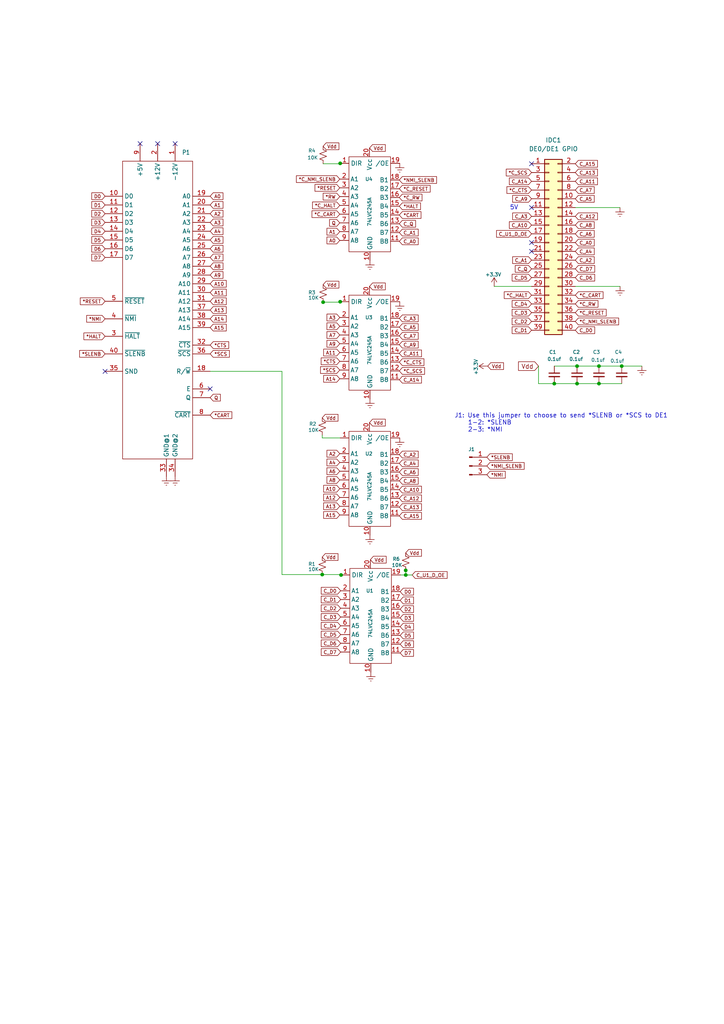
<source format=kicad_sch>
(kicad_sch (version 20211123) (generator eeschema)
  (paper "A4" portrait)
  (title_block (title "CoCo FPGA Hat (DE0 & DE1 Compatible)") (date "2023-01-18") (rev "0") (company "RCC") (comment 1 "to 3.3v systems with voltage conversion") (comment 2 "Cartridge for TRS-80 Color Computers that expose the Computer BUS") (comment 3 "IDC connector pinout mapped for Altera DE0 & DE1 FPGA Development Board"))
  (lib_symbols
    (symbol "74LVC245A_2"
      (property "Reference" "U" (at 0 0 0))
      (property "Value" "74LVC245A_2" (at 0 0 0))
      (symbol "74LVC245A_2_0_1"
        (rectangle (start -64.643 89.535) (end -52.578 61.976))
      )
      (symbol "74LVC245A_2_1_1"
        (pin input line (at -67.183 87.63 0) (length 2.54) (name "DIR") (number "1"))
        (pin power_in line (at -58.547 59.436 90) (length 2.54) (name "GND") (number "10"))
        (pin bidirectional line (at -50.038 65.024 180) (length 2.54) (name "B8") (number "11"))
        (pin bidirectional line (at -50.038 67.564 180) (length 2.54) (name "B7") (number "12"))
        (pin bidirectional line (at -50.038 70.104 180) (length 2.54) (name "B6") (number "13"))
        (pin bidirectional line (at -50.038 72.644 180) (length 2.54) (name "B5") (number "14"))
        (pin bidirectional line (at -50.038 75.184 180) (length 2.54) (name "B4") (number "15"))
        (pin bidirectional line (at -50.038 77.724 180) (length 2.54) (name "B3") (number "16"))
        (pin bidirectional line (at -50.038 80.264 180) (length 2.54) (name "B2") (number "17"))
        (pin bidirectional line (at -50.038 82.804 180) (length 2.54) (name "B1") (number "18"))
        (pin input line (at -49.911 87.63 180) (length 2.54) (name "/OE") (number "19"))
        (pin bidirectional line (at -67.31 83.058 0) (length 2.54) (name "A1") (number "2"))
        (pin power_in line (at -58.674 92.075 270) (length 2.54) (name "Vcc") (number "20"))
        (pin bidirectional line (at -67.31 80.518 0) (length 2.54) (name "A2") (number "3"))
        (pin bidirectional line (at -67.31 77.978 0) (length 2.54) (name "A3") (number "4"))
        (pin bidirectional line (at -67.31 75.438 0) (length 2.54) (name "A4") (number "5"))
        (pin bidirectional line (at -67.31 72.898 0) (length 2.54) (name "A5") (number "6"))
        (pin bidirectional line (at -67.31 70.358 0) (length 2.54) (name "A6") (number "7"))
        (pin bidirectional line (at -67.31 67.818 0) (length 2.54) (name "A7") (number "8"))
        (pin bidirectional line (at -67.31 65.278 0) (length 2.54) (name "A8") (number "9"))
      )
    )
    (symbol "74LVC245A_3"
      (property "Reference" "U" (at 0 0 0))
      (property "Value" "74LVC245A_3" (at 0 0 0))
      (symbol "74LVC245A_3_0_1"
        (rectangle (start -64.643 89.535) (end -52.578 61.976))
      )
      (symbol "74LVC245A_3_1_1"
        (pin input line (at -67.183 87.63 0) (length 2.54) (name "DIR") (number "1"))
        (pin power_in line (at -58.547 59.436 90) (length 2.54) (name "GND") (number "10"))
        (pin bidirectional line (at -50.038 65.024 180) (length 2.54) (name "B8") (number "11"))
        (pin bidirectional line (at -50.038 67.564 180) (length 2.54) (name "B7") (number "12"))
        (pin bidirectional line (at -50.038 70.104 180) (length 2.54) (name "B6") (number "13"))
        (pin bidirectional line (at -50.038 72.644 180) (length 2.54) (name "B5") (number "14"))
        (pin bidirectional line (at -50.038 75.184 180) (length 2.54) (name "B4") (number "15"))
        (pin bidirectional line (at -50.038 77.724 180) (length 2.54) (name "B3") (number "16"))
        (pin bidirectional line (at -50.038 80.264 180) (length 2.54) (name "B2") (number "17"))
        (pin bidirectional line (at -50.038 82.804 180) (length 2.54) (name "B1") (number "18"))
        (pin input line (at -49.911 87.63 180) (length 2.54) (name "/OE") (number "19"))
        (pin bidirectional line (at -67.31 83.058 0) (length 2.54) (name "A1") (number "2"))
        (pin power_in line (at -58.674 92.075 270) (length 2.54) (name "Vcc") (number "20"))
        (pin bidirectional line (at -67.31 80.518 0) (length 2.54) (name "A2") (number "3"))
        (pin bidirectional line (at -67.31 77.978 0) (length 2.54) (name "A3") (number "4"))
        (pin bidirectional line (at -67.31 75.438 0) (length 2.54) (name "A4") (number "5"))
        (pin bidirectional line (at -67.31 72.898 0) (length 2.54) (name "A5") (number "6"))
        (pin bidirectional line (at -67.31 70.358 0) (length 2.54) (name "A6") (number "7"))
        (pin bidirectional line (at -67.31 67.818 0) (length 2.54) (name "A7") (number "8"))
        (pin bidirectional line (at -67.31 65.278 0) (length 2.54) (name "A8") (number "9"))
      )
    )
    (symbol "74LVC245A_4"
      (property "Reference" "U" (at 0 0 0))
      (property "Value" "74LVC245A_4" (at 0 0 0))
      (symbol "74LVC245A_4_0_1"
        (rectangle (start -64.643 89.535) (end -52.578 61.976))
      )
      (symbol "74LVC245A_4_1_1"
        (pin input line (at -67.183 87.63 0) (length 2.54) (name "DIR") (number "1"))
        (pin power_in line (at -58.547 59.436 90) (length 2.54) (name "GND") (number "10"))
        (pin bidirectional line (at -50.038 65.024 180) (length 2.54) (name "B8") (number "11"))
        (pin bidirectional line (at -50.038 67.564 180) (length 2.54) (name "B7") (number "12"))
        (pin bidirectional line (at -50.038 70.104 180) (length 2.54) (name "B6") (number "13"))
        (pin bidirectional line (at -50.038 72.644 180) (length 2.54) (name "B5") (number "14"))
        (pin bidirectional line (at -50.038 75.184 180) (length 2.54) (name "B4") (number "15"))
        (pin bidirectional line (at -50.038 77.724 180) (length 2.54) (name "B3") (number "16"))
        (pin bidirectional line (at -50.038 80.264 180) (length 2.54) (name "B2") (number "17"))
        (pin bidirectional line (at -50.038 82.804 180) (length 2.54) (name "B1") (number "18"))
        (pin input line (at -49.911 87.63 180) (length 2.54) (name "/OE") (number "19"))
        (pin bidirectional line (at -67.31 83.058 0) (length 2.54) (name "A1") (number "2"))
        (pin power_in line (at -58.674 92.075 270) (length 2.54) (name "Vcc") (number "20"))
        (pin bidirectional line (at -67.31 80.518 0) (length 2.54) (name "A2") (number "3"))
        (pin bidirectional line (at -67.31 77.978 0) (length 2.54) (name "A3") (number "4"))
        (pin bidirectional line (at -67.31 75.438 0) (length 2.54) (name "A4") (number "5"))
        (pin bidirectional line (at -67.31 72.898 0) (length 2.54) (name "A5") (number "6"))
        (pin bidirectional line (at -67.31 70.358 0) (length 2.54) (name "A6") (number "7"))
        (pin bidirectional line (at -67.31 67.818 0) (length 2.54) (name "A7") (number "8"))
        (pin bidirectional line (at -67.31 65.278 0) (length 2.54) (name "A8") (number "9"))
      )
    )
    (symbol "Connector:Conn_01x03_Male" (pin_names (offset 1.016) hide)
      (property "Reference" "J" (at 0 5.08 0))
      (property "Value" "Conn_01x03_Male" (at 0 -5.08 0))
      (symbol "Conn_01x03_Male_1_1"
        (polyline (pts (xy 1.27 -2.54) (xy 0.8636 -2.54)) (stroke (width 0.1524)))
        (polyline (pts (xy 1.27 0) (xy 0.8636 0)) (stroke (width 0.1524)))
        (polyline (pts (xy 1.27 2.54) (xy 0.8636 2.54)) (stroke (width 0.1524)))
        (rectangle (start 0.8636 -2.413) (end 0 -2.667) (stroke (width 0.1524)) (fill (type outline)))
        (rectangle (start 0.8636 0.127) (end 0 -0.127) (stroke (width 0.1524)) (fill (type outline)))
        (rectangle (start 0.8636 2.667) (end 0 2.413) (stroke (width 0.1524)) (fill (type outline)))
        (pin passive line (at 5.08 2.54 180) (length 3.81) (name "Pin_1") (number "1"))
        (pin passive line (at 5.08 0 180) (length 3.81) (name "Pin_2") (number "2"))
        (pin passive line (at 5.08 -2.54 180) (length 3.81) (name "Pin_3") (number "3"))
      )
    )
    (symbol "Connector_Generic:Conn_02x20_Odd_Even" (pin_names (offset 1.016) hide)
      (property "Reference" "J" (at 1.27 25.4 0))
      (property "Value" "Conn_02x20_Odd_Even" (at 1.27 -27.94 0))
      (symbol "Conn_02x20_Odd_Even_1_1"
        (rectangle (start -1.27 -25.273) (end 0 -25.527) (stroke (width 0.1524)))
        (rectangle (start -1.27 -22.733) (end 0 -22.987) (stroke (width 0.1524)))
        (rectangle (start -1.27 -20.193) (end 0 -20.447) (stroke (width 0.1524)))
        (rectangle (start -1.27 -17.653) (end 0 -17.907) (stroke (width 0.1524)))
        (rectangle (start -1.27 -15.113) (end 0 -15.367) (stroke (width 0.1524)))
        (rectangle (start -1.27 -12.573) (end 0 -12.827) (stroke (width 0.1524)))
        (rectangle (start -1.27 -10.033) (end 0 -10.287) (stroke (width 0.1524)))
        (rectangle (start -1.27 -7.493) (end 0 -7.747) (stroke (width 0.1524)))
        (rectangle (start -1.27 -4.953) (end 0 -5.207) (stroke (width 0.1524)))
        (rectangle (start -1.27 -2.413) (end 0 -2.667) (stroke (width 0.1524)))
        (rectangle (start -1.27 0.127) (end 0 -0.127) (stroke (width 0.1524)))
        (rectangle (start -1.27 2.667) (end 0 2.413) (stroke (width 0.1524)))
        (rectangle (start -1.27 5.207) (end 0 4.953) (stroke (width 0.1524)))
        (rectangle (start -1.27 7.747) (end 0 7.493) (stroke (width 0.1524)))
        (rectangle (start -1.27 10.287) (end 0 10.033) (stroke (width 0.1524)))
        (rectangle (start -1.27 12.827) (end 0 12.573) (stroke (width 0.1524)))
        (rectangle (start -1.27 15.367) (end 0 15.113) (stroke (width 0.1524)))
        (rectangle (start -1.27 17.907) (end 0 17.653) (stroke (width 0.1524)))
        (rectangle (start -1.27 20.447) (end 0 20.193) (stroke (width 0.1524)))
        (rectangle (start -1.27 22.987) (end 0 22.733) (stroke (width 0.1524)))
        (rectangle (start -1.27 24.13) (end 3.81 -26.67) (stroke (width 0.254)) (fill (type background)))
        (rectangle (start 3.81 -25.273) (end 2.54 -25.527) (stroke (width 0.1524)))
        (rectangle (start 3.81 -22.733) (end 2.54 -22.987) (stroke (width 0.1524)))
        (rectangle (start 3.81 -20.193) (end 2.54 -20.447) (stroke (width 0.1524)))
        (rectangle (start 3.81 -17.653) (end 2.54 -17.907) (stroke (width 0.1524)))
        (rectangle (start 3.81 -15.113) (end 2.54 -15.367) (stroke (width 0.1524)))
        (rectangle (start 3.81 -12.573) (end 2.54 -12.827) (stroke (width 0.1524)))
        (rectangle (start 3.81 -10.033) (end 2.54 -10.287) (stroke (width 0.1524)))
        (rectangle (start 3.81 -7.493) (end 2.54 -7.747) (stroke (width 0.1524)))
        (rectangle (start 3.81 -4.953) (end 2.54 -5.207) (stroke (width 0.1524)))
        (rectangle (start 3.81 -2.413) (end 2.54 -2.667) (stroke (width 0.1524)))
        (rectangle (start 3.81 0.127) (end 2.54 -0.127) (stroke (width 0.1524)))
        (rectangle (start 3.81 2.667) (end 2.54 2.413) (stroke (width 0.1524)))
        (rectangle (start 3.81 5.207) (end 2.54 4.953) (stroke (width 0.1524)))
        (rectangle (start 3.81 7.747) (end 2.54 7.493) (stroke (width 0.1524)))
        (rectangle (start 3.81 10.287) (end 2.54 10.033) (stroke (width 0.1524)))
        (rectangle (start 3.81 12.827) (end 2.54 12.573) (stroke (width 0.1524)))
        (rectangle (start 3.81 15.367) (end 2.54 15.113) (stroke (width 0.1524)))
        (rectangle (start 3.81 17.907) (end 2.54 17.653) (stroke (width 0.1524)))
        (rectangle (start 3.81 20.447) (end 2.54 20.193) (stroke (width 0.1524)))
        (rectangle (start 3.81 22.987) (end 2.54 22.733) (stroke (width 0.1524)))
        (pin passive line (at -5.08 22.86 0) (length 3.81) (name "Pin_1") (number "1"))
        (pin passive line (at 7.62 12.7 180) (length 3.81) (name "Pin_10") (number "10"))
        (pin passive line (at -5.08 10.16 0) (length 3.81) (name "Pin_11") (number "11"))
        (pin passive line (at 7.62 10.16 180) (length 3.81) (name "Pin_12") (number "12"))
        (pin passive line (at -5.08 7.62 0) (length 3.81) (name "Pin_13") (number "13"))
        (pin passive line (at 7.62 7.62 180) (length 3.81) (name "Pin_14") (number "14"))
        (pin passive line (at -5.08 5.08 0) (length 3.81) (name "Pin_15") (number "15"))
        (pin passive line (at 7.62 5.08 180) (length 3.81) (name "Pin_16") (number "16"))
        (pin passive line (at -5.08 2.54 0) (length 3.81) (name "Pin_17") (number "17"))
        (pin passive line (at 7.62 2.54 180) (length 3.81) (name "Pin_18") (number "18"))
        (pin passive line (at -5.08 0 0) (length 3.81) (name "Pin_19") (number "19"))
        (pin passive line (at 7.62 22.86 180) (length 3.81) (name "Pin_2") (number "2"))
        (pin passive line (at 7.62 0 180) (length 3.81) (name "Pin_20") (number "20"))
        (pin passive line (at -5.08 -2.54 0) (length 3.81) (name "Pin_21") (number "21"))
        (pin passive line (at 7.62 -2.54 180) (length 3.81) (name "Pin_22") (number "22"))
        (pin passive line (at -5.08 -5.08 0) (length 3.81) (name "Pin_23") (number "23"))
        (pin passive line (at 7.62 -5.08 180) (length 3.81) (name "Pin_24") (number "24"))
        (pin passive line (at -5.08 -7.62 0) (length 3.81) (name "Pin_25") (number "25"))
        (pin passive line (at 7.62 -7.62 180) (length 3.81) (name "Pin_26") (number "26"))
        (pin passive line (at -5.08 -10.16 0) (length 3.81) (name "Pin_27") (number "27"))
        (pin passive line (at 7.62 -10.16 180) (length 3.81) (name "Pin_28") (number "28"))
        (pin passive line (at -5.08 -12.7 0) (length 3.81) (name "Pin_29") (number "29"))
        (pin passive line (at -5.08 20.32 0) (length 3.81) (name "Pin_3") (number "3"))
        (pin passive line (at 7.62 -12.7 180) (length 3.81) (name "Pin_30") (number "30"))
        (pin passive line (at -5.08 -15.24 0) (length 3.81) (name "Pin_31") (number "31"))
        (pin passive line (at 7.62 -15.24 180) (length 3.81) (name "Pin_32") (number "32"))
        (pin passive line (at -5.08 -17.78 0) (length 3.81) (name "Pin_33") (number "33"))
        (pin passive line (at 7.62 -17.78 180) (length 3.81) (name "Pin_34") (number "34"))
        (pin passive line (at -5.08 -20.32 0) (length 3.81) (name "Pin_35") (number "35"))
        (pin passive line (at 7.62 -20.32 180) (length 3.81) (name "Pin_36") (number "36"))
        (pin passive line (at -5.08 -22.86 0) (length 3.81) (name "Pin_37") (number "37"))
        (pin passive line (at 7.62 -22.86 180) (length 3.81) (name "Pin_38") (number "38"))
        (pin passive line (at -5.08 -25.4 0) (length 3.81) (name "Pin_39") (number "39"))
        (pin passive line (at 7.62 20.32 180) (length 3.81) (name "Pin_4") (number "4"))
        (pin passive line (at 7.62 -25.4 180) (length 3.81) (name "Pin_40") (number "40"))
        (pin passive line (at -5.08 17.78 0) (length 3.81) (name "Pin_5") (number "5"))
        (pin passive line (at 7.62 17.78 180) (length 3.81) (name "Pin_6") (number "6"))
        (pin passive line (at -5.08 15.24 0) (length 3.81) (name "Pin_7") (number "7"))
        (pin passive line (at 7.62 15.24 180) (length 3.81) (name "Pin_8") (number "8"))
        (pin passive line (at -5.08 12.7 0) (length 3.81) (name "Pin_9") (number "9"))
      )
    )
    (symbol "Device:C_Small" (pin_numbers hide) (pin_names (offset 0.254) hide)
      (property "Reference" "C" (at 0.254 1.778 0))
      (property "Value" "C_Small" (at 0.254 -2.032 0))
      (symbol "C_Small_0_1"
        (polyline (pts (xy -1.524 -0.508) (xy 1.524 -0.508)) (stroke (width 0.3302)))
        (polyline (pts (xy -1.524 0.508) (xy 1.524 0.508)) (stroke (width 0.3048)))
      )
      (symbol "C_Small_1_1"
        (pin passive line (at 0 2.54 270) (length 2.032) (name "~") (number "1"))
        (pin passive line (at 0 -2.54 90) (length 2.032) (name "~") (number "2"))
      )
    )
    (symbol "Device:R_Small_US" (pin_numbers hide) (pin_names (offset 0.254) hide)
      (property "Reference" "R" (at 0.762 0.508 0))
      (property "Value" "R_Small_US" (at 0.762 -1.016 0))
      (symbol "R_Small_US_1_1"
        (polyline (pts (xy 0 0) (xy 1.016 -0.381) (xy 0 -0.762) (xy -1.016 -1.143) (xy 0 -1.524)))
        (polyline (pts (xy 0 1.524) (xy 1.016 1.143) (xy 0 0.762) (xy -1.016 0.381) (xy 0 0)))
        (pin passive line (at 0 2.54 270) (length 1.016) (name "~") (number "1"))
        (pin passive line (at 0 -2.54 90) (length 1.016) (name "~") (number "2"))
      )
    )
    (symbol "Roni Symbols:CoCo_Slot_BarePCB"
      (property "Reference" "P" (at 10.16 40.64 0))
      (symbol "CoCo_Slot_BarePCB_1_0"
        (rectangle (start -10.16 40.64) (end 10.16 -45.72))
        (pin passive line (at 5.08 45.72 270) (length 5.08) (name "-12V") (number "1"))
        (pin bidirectional line (at -15.24 30.48 0) (length 5.08) (name "D0") (number "10"))
        (pin bidirectional line (at -15.24 27.94 0) (length 5.08) (name "D1") (number "11"))
        (pin bidirectional line (at -15.24 25.4 0) (length 5.08) (name "D2") (number "12"))
        (pin bidirectional line (at -15.24 22.86 0) (length 5.08) (name "D3") (number "13"))
        (pin bidirectional line (at -15.24 20.32 0) (length 5.08) (name "D4") (number "14"))
        (pin bidirectional line (at -15.24 17.78 0) (length 5.08) (name "D5") (number "15"))
        (pin bidirectional line (at -15.24 15.24 0) (length 5.08) (name "D6") (number "16"))
        (pin bidirectional line (at -15.24 12.7 0) (length 5.08) (name "D7") (number "17"))
        (pin output line (at 15.24 -20.32 180) (length 5.08) (name "R/~{W}") (number "18"))
        (pin output line (at 15.24 30.48 180) (length 5.08) (name "A0") (number "19"))
        (pin passive line (at 0 45.72 270) (length 5.08) (name "+12V") (number "2"))
        (pin output line (at 15.24 27.94 180) (length 5.08) (name "A1") (number "20"))
        (pin output line (at 15.24 25.4 180) (length 5.08) (name "A2") (number "21"))
        (pin output line (at 15.24 22.86 180) (length 5.08) (name "A3") (number "22"))
        (pin output line (at 15.24 20.32 180) (length 5.08) (name "A4") (number "23"))
        (pin output line (at 15.24 17.78 180) (length 5.08) (name "A5") (number "24"))
        (pin output line (at 15.24 15.24 180) (length 5.08) (name "A6") (number "25"))
        (pin output line (at 15.24 12.7 180) (length 5.08) (name "A7") (number "26"))
        (pin output line (at 15.24 10.16 180) (length 5.08) (name "A8") (number "27"))
        (pin output line (at 15.24 7.62 180) (length 5.08) (name "A9") (number "28"))
        (pin output line (at 15.24 5.08 180) (length 5.08) (name "A10") (number "29"))
        (pin bidirectional line (at -15.24 -10.16 0) (length 5.08) (name "~{HALT}") (number "3"))
        (pin output line (at 15.24 2.54 180) (length 5.08) (name "A11") (number "30"))
        (pin output line (at 15.24 0 180) (length 5.08) (name "A12") (number "31"))
        (pin output line (at 15.24 -12.7 180) (length 5.08) (name "~{CTS}") (number "32"))
        (pin passive line (at 2.54 -50.8 90) (length 5.08) (name "GND@1") (number "33"))
        (pin passive line (at 5.08 -50.8 90) (length 5.08) (name "GND@2") (number "34"))
        (pin bidirectional line (at -15.24 -20.32 0) (length 5.08) (name "SND") (number "35"))
        (pin output line (at 15.24 -15.24 180) (length 5.08) (name "~{SCS}") (number "36"))
        (pin output line (at 15.24 -2.54 180) (length 5.08) (name "A13") (number "37"))
        (pin output line (at 15.24 -5.08 180) (length 5.08) (name "A14") (number "38"))
        (pin output line (at 15.24 -7.62 180) (length 5.08) (name "A15") (number "39"))
        (pin bidirectional line (at -15.24 -5.08 0) (length 5.08) (name "~{NMI}") (number "4"))
        (pin input line (at -15.24 -15.24 0) (length 5.08) (name "~{SLENB}") (number "40"))
        (pin bidirectional line (at -15.24 0 0) (length 5.08) (name "~{RESET}") (number "5"))
        (pin output line (at 15.24 -25.4 180) (length 5.08) (name "E") (number "6"))
        (pin output line (at 15.24 -27.94 180) (length 5.08) (name "Q") (number "7"))
        (pin input line (at 15.24 -33.02 180) (length 5.08) (name "~{CART}") (number "8"))
        (pin passive line (at -5.08 45.72 270) (length 5.08) (name "+5V") (number "9"))
      )
    )
    (symbol "Roni:74LVC245A"
      (property "Reference" "U" (at 0 0 0))
      (property "Value" "74LVC245A" (at 0 0 0))
      (symbol "74LVC245A_0_1"
        (rectangle (start -64.643 89.535) (end -52.578 61.976))
      )
      (symbol "74LVC245A_1_1"
        (pin input line (at -67.183 87.63 0) (length 2.54) (name "DIR") (number "1"))
        (pin power_in line (at -58.547 59.436 90) (length 2.54) (name "GND") (number "10"))
        (pin bidirectional line (at -50.038 65.024 180) (length 2.54) (name "B8") (number "11"))
        (pin bidirectional line (at -50.038 67.564 180) (length 2.54) (name "B7") (number "12"))
        (pin bidirectional line (at -50.038 70.104 180) (length 2.54) (name "B6") (number "13"))
        (pin bidirectional line (at -50.038 72.644 180) (length 2.54) (name "B5") (number "14"))
        (pin bidirectional line (at -50.038 75.184 180) (length 2.54) (name "B4") (number "15"))
        (pin bidirectional line (at -50.038 77.724 180) (length 2.54) (name "B3") (number "16"))
        (pin bidirectional line (at -50.038 80.264 180) (length 2.54) (name "B2") (number "17"))
        (pin bidirectional line (at -50.038 82.804 180) (length 2.54) (name "B1") (number "18"))
        (pin input line (at -49.911 87.63 180) (length 2.54) (name "/OE") (number "19"))
        (pin bidirectional line (at -67.31 83.058 0) (length 2.54) (name "A1") (number "2"))
        (pin power_in line (at -58.674 92.075 270) (length 2.54) (name "Vcc") (number "20"))
        (pin bidirectional line (at -67.31 80.518 0) (length 2.54) (name "A2") (number "3"))
        (pin bidirectional line (at -67.31 77.978 0) (length 2.54) (name "A3") (number "4"))
        (pin bidirectional line (at -67.31 75.438 0) (length 2.54) (name "A4") (number "5"))
        (pin bidirectional line (at -67.31 72.898 0) (length 2.54) (name "A5") (number "6"))
        (pin bidirectional line (at -67.31 70.358 0) (length 2.54) (name "A6") (number "7"))
        (pin bidirectional line (at -67.31 67.818 0) (length 2.54) (name "A7") (number "8"))
        (pin bidirectional line (at -67.31 65.278 0) (length 2.54) (name "A8") (number "9"))
      )
    )
    (symbol "power:+3.3V" (power) (pin_names (offset 0))
      (property "Value" "+3.3V" (at 0 3.556 0))
      (symbol "+3.3V_0_1"
        (polyline (pts (xy -0.762 1.27) (xy 0 2.54)))
        (polyline (pts (xy 0 0) (xy 0 2.54)))
        (polyline (pts (xy 0 2.54) (xy 0.762 1.27)))
      )
      (symbol "+3.3V_1_1"
        (pin power_in line (at 0 0 90) (length 0) hide (name "+3.3V") (number "1"))
      )
    )
    (symbol "power:GNDREF" (power) (pin_names (offset 0))
      (property "Value" "GNDREF" (at 0 -3.81 0))
      (symbol "GNDREF_0_1"
        (polyline (pts (xy -0.635 -1.905) (xy 0.635 -1.905)))
        (polyline (pts (xy -0.127 -2.54) (xy 0.127 -2.54)))
        (polyline (pts (xy 0 -1.27) (xy 0 0)))
        (polyline (pts (xy 1.27 -1.27) (xy -1.27 -1.27)))
      )
      (symbol "GNDREF_1_1"
        (pin power_in line (at 0 0 270) (length 0) hide (name "GNDREF") (number "1"))
      )
    )
  )
  (junction (at 167.386 106.172))
  (junction (at 180.34 106.172))
  (junction (at 98.933 166.751))
  (junction (at 173.736 106.172))
  (junction (at 173.736 111.252))
  (junction (at 98.679 47.371))
  (junction (at 167.386 111.252))
  (junction (at 98.679 87.503))
  (junction (at 160.782 111.252))
  (junction (at 117.6788 165.4117))
  (junction (at 93.726 87.63))
  (junction (at 93.472 166.624))
  (junction (at 117.7027 166.751))
  (no_connect (at 154.178 47.498))
  (no_connect (at 60.96 112.776))
  (no_connect (at 154.178 72.898))
  (no_connect (at 45.72 41.656))
  (no_connect (at 40.64 41.656))
  (no_connect (at 154.178 60.198))
  (no_connect (at 154.178 70.358))
  (no_connect (at 30.48 107.696))
  (no_connect (at 50.8 41.656))
  (wire (pts (xy 81.788 107.696) (xy 81.788 166.624)))
  (wire (pts (xy 81.788 166.624) (xy 93.472 166.624)))
  (wire (pts (xy 180.34 106.172) (xy 186.182 106.172)))
  (wire (pts (xy 98.679 87.63) (xy 98.679 87.503)))
  (wire (pts (xy 98.933 166.624) (xy 98.933 166.751)))
  (wire (pts (xy 173.736 106.172) (xy 180.34 106.172)))
  (wire (pts (xy 93.472 126.238) (xy 93.472 127)))
  (wire (pts (xy 160.782 106.172) (xy 167.386 106.172)))
  (wire (pts (xy 167.386 106.172) (xy 173.736 106.172)))
  (wire (pts (xy 93.726 87.6914) (xy 93.726 87.63)))
  (wire (pts (xy 117.7027 165.4117) (xy 117.6788 165.4117)))
  (wire (pts (xy 143.3397 83.058) (xy 154.178 83.058)))
  (wire (pts (xy 166.878 83.058) (xy 179.8596 83.058)))
  (wire (pts (xy 117.7027 166.751) (xy 119.5564 166.751)))
  (wire (pts (xy 117.7027 166.751) (xy 117.7027 165.4117)))
  (wire (pts (xy 93.472 127) (xy 98.679 127)))
  (wire (pts (xy 167.386 111.252) (xy 173.736 111.252)))
  (wire (pts (xy 60.96 107.696) (xy 81.788 107.696)))
  (wire (pts (xy 98.679 47.498) (xy 98.679 47.371)))
  (wire (pts (xy 156.21 111.252) (xy 160.782 111.252)))
  (wire (pts (xy 160.782 111.252) (xy 167.386 111.252)))
  (wire (pts (xy 166.878 60.198) (xy 179.832 60.198)))
  (wire (pts (xy 93.726 47.498) (xy 98.679 47.498)))
  (wire (pts (xy 93.726 87.63) (xy 98.679 87.63)))
  (wire (pts (xy 116.205 166.751) (xy 117.7027 166.751)))
  (wire (pts (xy 173.736 111.252) (xy 180.34 111.252)))
  (wire (pts (xy 93.472 166.624) (xy 98.933 166.624)))
  (wire (pts (xy 156.21 106.172) (xy 156.21 111.252)))
  (text "J1: Use this jumper to choose to send *SLENB or *SCS to DE1\n    1-2: *SLENB\n    2-3: *NMI\n" (at 131.826 125.476 0) (effects (font (size 1.27 1.27)) (justify left bottom)))
  (text "5V" (at 147.859 61.0374 0) (effects (font (size 1.27 1.27)) (justify left bottom)))
  (global_label "Vdd" (shape input) (at 107.188 122.555 0) (effects (font (size 1 1))) (property "Intersheet References" "${INTERSHEET_REFS}" (effects hide)))
  (global_label "C_D5" (shape input) (at 154.178 80.518 180) (effects (font (size 1 1))) (property "Intersheet References" "${INTERSHEET_REFS}" (effects hide)))
  (global_label "A9" (shape input) (at 98.552 99.695 180) (effects (font (size 1 1))) (property "Intersheet References" "${INTERSHEET_REFS}" (effects hide)))
  (global_label "*CTS" (shape input) (at 98.552 104.775 180) (effects (font (size 1 1))) (property "Intersheet References" "${INTERSHEET_REFS}" (effects hide)))
  (global_label "Vdd" (shape input) (at 107.442 162.306 0) (effects (font (size 1 1))) (property "Intersheet References" "${INTERSHEET_REFS}" (effects hide)))
  (global_label "C_A13" (shape input) (at 115.824 147.066 0) (effects (font (size 1 1))) (property "Intersheet References" "${INTERSHEET_REFS}" (effects hide)))
  (global_label "C_A6" (shape input) (at 115.824 136.906 0) (effects (font (size 1 1))) (property "Intersheet References" "${INTERSHEET_REFS}" (effects hide)))
  (global_label "A5" (shape input) (at 60.96 69.596 0) (effects (font (size 1 1))) (property "Intersheet References" "${INTERSHEET_REFS}" (effects hide)))
  (global_label "C_A7" (shape input) (at 166.878 55.118 0) (effects (font (size 1 1))) (property "Intersheet References" "${INTERSHEET_REFS}" (effects hide)))
  (global_label "*C_NMI_SLENB" (shape input) (at 166.878 93.218 0) (effects (font (size 1 1))) (property "Intersheet References" "${INTERSHEET_REFS}" (effects hide)))
  (global_label "C_A4" (shape input) (at 166.878 72.898 0) (effects (font (size 1 1))) (property "Intersheet References" "${INTERSHEET_REFS}" (effects hide)))
  (global_label "A1" (shape input) (at 60.96 59.436 0) (effects (font (size 1 1))) (property "Intersheet References" "${INTERSHEET_REFS}" (effects hide)))
  (global_label "C_U1_D_OE" (shape input) (at 154.178 67.818 180) (effects (font (size 1 1))) (property "Intersheet References" "${INTERSHEET_REFS}" (effects hide)))
  (global_label "*C_RESET" (shape input) (at 115.824 54.737 0) (effects (font (size 1 1))) (property "Intersheet References" "${INTERSHEET_REFS}" (effects hide)))
  (global_label "D5" (shape input) (at 116.078 184.277 0) (effects (font (size 1 1))) (property "Intersheet References" "${INTERSHEET_REFS}" (effects hide)))
  (global_label "C_A0" (shape input) (at 166.878 70.358 0) (effects (font (size 1 1))) (property "Intersheet References" "${INTERSHEET_REFS}" (effects hide)))
  (global_label "C_A2" (shape input) (at 166.878 75.438 0) (effects (font (size 1 1))) (property "Intersheet References" "${INTERSHEET_REFS}" (effects hide)))
  (global_label "*NMI" (shape input) (at 30.48 92.456 180) (effects (font (size 1 1))) (property "Intersheet References" "${INTERSHEET_REFS}" (effects hide)))
  (global_label "A10" (shape input) (at 60.96 82.296 0) (effects (font (size 1 1))) (property "Intersheet References" "${INTERSHEET_REFS}" (effects hide)))
  (global_label "*C_CART" (shape input) (at 166.878 85.598 0) (effects (font (size 1 1))) (property "Intersheet References" "${INTERSHEET_REFS}" (effects hide)))
  (global_label "A15" (shape input) (at 60.96 94.996 0) (effects (font (size 1 1))) (property "Intersheet References" "${INTERSHEET_REFS}" (effects hide)))
  (global_label "C_D0" (shape input) (at 98.806 171.323 180) (effects (font (size 1 1))) (property "Intersheet References" "${INTERSHEET_REFS}" (effects hide)))
  (global_label "C_D0" (shape input) (at 166.878 95.758 0) (effects (font (size 1 1))) (property "Intersheet References" "${INTERSHEET_REFS}" (effects hide)))
  (global_label "Vdd" (shape input) (at 93.726 82.55 0) (effects (font (size 1 1))) (property "Intersheet References" "${INTERSHEET_REFS}" (effects hide)))
  (global_label "*C_SCS" (shape input) (at 154.178 50.038 180) (effects (font (size 1 1))) (property "Intersheet References" "${INTERSHEET_REFS}" (effects hide)))
  (global_label "C_D7" (shape input) (at 98.806 189.103 180) (effects (font (size 1 1))) (property "Intersheet References" "${INTERSHEET_REFS}" (effects hide)))
  (global_label "A0" (shape input) (at 60.96 56.896 0) (effects (font (size 1 1))) (property "Intersheet References" "${INTERSHEET_REFS}" (effects hide)))
  (global_label "*RESET" (shape input) (at 30.48 87.376 180) (effects (font (size 1 1))) (property "Intersheet References" "${INTERSHEET_REFS}" (effects hide)))
  (global_label "*NMI" (shape input) (at 141.224 137.668 0) (effects (font (size 1 1))) (property "Intersheet References" "${INTERSHEET_REFS}" (effects hide)))
  (global_label "C_A12" (shape input) (at 115.824 144.526 0) (effects (font (size 1 1))) (property "Intersheet References" "${INTERSHEET_REFS}" (effects hide)))
  (global_label "A1" (shape input) (at 98.552 67.183 180) (effects (font (size 1 1))) (property "Intersheet References" "${INTERSHEET_REFS}" (effects hide)))
  (global_label "C_A10" (shape input) (at 154.178 65.278 180) (effects (font (size 1 1))) (property "Intersheet References" "${INTERSHEET_REFS}" (effects hide)))
  (global_label "C_A9" (shape input) (at 154.178 57.658 180) (effects (font (size 1 1))) (property "Intersheet References" "${INTERSHEET_REFS}" (effects hide)))
  (global_label "A7" (shape input) (at 60.96 74.676 0) (effects (font (size 1 1))) (property "Intersheet References" "${INTERSHEET_REFS}" (effects hide)))
  (global_label "*C_CTS" (shape input) (at 154.178 55.118 180) (effects (font (size 1 1))) (property "Intersheet References" "${INTERSHEET_REFS}" (effects hide)))
  (global_label "A10" (shape input) (at 98.552 141.732 180) (effects (font (size 1 1))) (property "Intersheet References" "${INTERSHEET_REFS}" (effects hide)))
  (global_label "D3" (shape input) (at 30.48 64.516 180) (effects (font (size 1 1))) (property "Intersheet References" "${INTERSHEET_REFS}" (effects hide)))
  (global_label "*HALT" (shape input) (at 115.824 59.817 0) (effects (font (size 1 1))) (property "Intersheet References" "${INTERSHEET_REFS}" (effects hide)))
  (global_label "C_D5" (shape input) (at 98.806 184.023 180) (effects (font (size 1 1))) (property "Intersheet References" "${INTERSHEET_REFS}" (effects hide)))
  (global_label "C_A8" (shape input) (at 115.824 139.446 0) (effects (font (size 1 1))) (property "Intersheet References" "${INTERSHEET_REFS}" (effects hide)))
  (global_label "C_A8" (shape input) (at 166.878 65.278 0) (effects (font (size 1 1))) (property "Intersheet References" "${INTERSHEET_REFS}" (effects hide)))
  (global_label "D6" (shape input) (at 116.078 186.817 0) (effects (font (size 1 1))) (property "Intersheet References" "${INTERSHEET_REFS}" (effects hide)))
  (global_label "D3" (shape input) (at 116.078 179.197 0) (effects (font (size 1 1))) (property "Intersheet References" "${INTERSHEET_REFS}" (effects hide)))
  (global_label "D4" (shape input) (at 30.48 67.056 180) (effects (font (size 1 1))) (property "Intersheet References" "${INTERSHEET_REFS}" (effects hide)))
  (global_label "D0" (shape input) (at 116.078 171.577 0) (effects (font (size 1 1))) (property "Intersheet References" "${INTERSHEET_REFS}" (effects hide)))
  (global_label "C_A15" (shape input) (at 166.878 47.498 0) (effects (font (size 1 1))) (property "Intersheet References" "${INTERSHEET_REFS}" (effects hide)))
  (global_label "C_D2" (shape input) (at 98.806 176.403 180) (effects (font (size 1 1))) (property "Intersheet References" "${INTERSHEET_REFS}" (effects hide)))
  (global_label "*CTS" (shape input) (at 60.96 100.076 0) (effects (font (size 1 1))) (property "Intersheet References" "${INTERSHEET_REFS}" (effects hide)))
  (global_label "*HALT" (shape input) (at 30.48 97.536 180) (effects (font (size 1 1))) (property "Intersheet References" "${INTERSHEET_REFS}" (effects hide)))
  (global_label "C_A3" (shape input) (at 154.178 62.738 180) (effects (font (size 1 1))) (property "Intersheet References" "${INTERSHEET_REFS}" (effects hide)))
  (global_label "C_Q" (shape input) (at 154.178 77.978 180) (effects (font (size 1 1))) (property "Intersheet References" "${INTERSHEET_REFS}" (effects hide)))
  (global_label "A15" (shape input) (at 98.552 149.352 180) (effects (font (size 1 1))) (property "Intersheet References" "${INTERSHEET_REFS}" (effects hide)))
  (global_label "D6" (shape input) (at 30.48 72.136 180) (effects (font (size 1 1))) (property "Intersheet References" "${INTERSHEET_REFS}" (effects hide)))
  (global_label "C_D3" (shape input) (at 154.178 90.678 180) (effects (font (size 1 1))) (property "Intersheet References" "${INTERSHEET_REFS}" (effects hide)))
  (global_label "C_A6" (shape input) (at 166.878 67.818 0) (effects (font (size 1 1))) (property "Intersheet References" "${INTERSHEET_REFS}" (effects hide)))
  (global_label "C_A12" (shape input) (at 166.878 62.738 0) (effects (font (size 1 1))) (property "Intersheet References" "${INTERSHEET_REFS}" (effects hide)))
  (global_label "C_A4" (shape input) (at 115.824 134.366 0) (effects (font (size 1 1))) (property "Intersheet References" "${INTERSHEET_REFS}" (effects hide)))
  (global_label "*NMI_SLENB" (shape input) (at 115.824 52.197 0) (effects (font (size 1 1))) (property "Intersheet References" "${INTERSHEET_REFS}" (effects hide)))
  (global_label "C_A2" (shape input) (at 115.824 131.826 0) (effects (font (size 1 1))) (property "Intersheet References" "${INTERSHEET_REFS}" (effects hide)))
  (global_label "*CART" (shape input) (at 115.824 62.357 0) (effects (font (size 1 1))) (property "Intersheet References" "${INTERSHEET_REFS}" (effects hide)))
  (global_label "A6" (shape input) (at 98.552 136.652 180) (effects (font (size 1 1))) (property "Intersheet References" "${INTERSHEET_REFS}" (effects hide)))
  (global_label "*C_SCS" (shape input) (at 115.824 107.569 0) (effects (font (size 1 1))) (property "Intersheet References" "${INTERSHEET_REFS}" (effects hide)))
  (global_label "C_U1_D_OE" (shape input) (at 119.5564 166.751 0) (effects (font (size 1 1))) (property "Intersheet References" "${INTERSHEET_REFS}" (effects hide)))
  (global_label "C_D2" (shape input) (at 154.178 93.218 180) (effects (font (size 1 1))) (property "Intersheet References" "${INTERSHEET_REFS}" (effects hide)))
  (global_label "Vdd" (shape input) (at 93.472 121.158 0) (effects (font (size 1 1))) (property "Intersheet References" "${INTERSHEET_REFS}" (effects hide)))
  (global_label "A3" (shape input) (at 98.552 92.075 180) (effects (font (size 1 1))) (property "Intersheet References" "${INTERSHEET_REFS}" (effects hide)))
  (global_label "D2" (shape input) (at 30.48 61.976 180) (effects (font (size 1 1))) (property "Intersheet References" "${INTERSHEET_REFS}" (effects hide)))
  (global_label "A11" (shape input) (at 98.552 102.235 180) (effects (font (size 1 1))) (property "Intersheet References" "${INTERSHEET_REFS}" (effects hide)))
  (global_label "Vdd" (shape input) (at 156.21 106.172 180) (property "Intersheet References" "${INTERSHEET_REFS}" (effects hide)))
  (global_label "C_A11" (shape input) (at 115.824 102.489 0) (effects (font (size 1 1))) (property "Intersheet References" "${INTERSHEET_REFS}" (effects hide)))
  (global_label "A14" (shape input) (at 98.552 109.855 180) (effects (font (size 1 1))) (property "Intersheet References" "${INTERSHEET_REFS}" (effects hide)))
  (global_label "*SLENB" (shape input) (at 141.224 132.588 0) (effects (font (size 1 1))) (property "Intersheet References" "${INTERSHEET_REFS}" (effects hide)))
  (global_label "*C_CTS" (shape input) (at 115.824 105.029 0) (effects (font (size 1 1))) (property "Intersheet References" "${INTERSHEET_REFS}" (effects hide)))
  (global_label "C_D3" (shape input) (at 98.806 178.943 180) (effects (font (size 1 1))) (property "Intersheet References" "${INTERSHEET_REFS}" (effects hide)))
  (global_label "A0" (shape input) (at 98.552 69.723 180) (effects (font (size 1 1))) (property "Intersheet References" "${INTERSHEET_REFS}" (effects hide)))
  (global_label "A8" (shape input) (at 98.552 139.192 180) (effects (font (size 1 1))) (property "Intersheet References" "${INTERSHEET_REFS}" (effects hide)))
  (global_label "*C_CART" (shape input) (at 98.552 62.103 180) (effects (font (size 1 1))) (property "Intersheet References" "${INTERSHEET_REFS}" (effects hide)))
  (global_label "C_A0" (shape input) (at 115.824 69.977 0) (effects (font (size 1 1))) (property "Intersheet References" "${INTERSHEET_REFS}" (effects hide)))
  (global_label "D2" (shape input) (at 116.078 176.657 0) (effects (font (size 1 1))) (property "Intersheet References" "${INTERSHEET_REFS}" (effects hide)))
  (global_label "A5" (shape input) (at 98.552 94.615 180) (effects (font (size 1 1))) (property "Intersheet References" "${INTERSHEET_REFS}" (effects hide)))
  (global_label "*SLENB" (shape input) (at 30.48 102.616 180) (effects (font (size 1 1))) (property "Intersheet References" "${INTERSHEET_REFS}" (effects hide)))
  (global_label "Vdd" (shape input) (at 117.6788 160.3317 0) (effects (font (size 1 1))) (property "Intersheet References" "${INTERSHEET_REFS}" (effects hide)))
  (global_label "C_D1" (shape input) (at 154.178 95.758 180) (effects (font (size 1 1))) (property "Intersheet References" "${INTERSHEET_REFS}" (effects hide)))
  (global_label "*NMI_SLENB" (shape input) (at 141.224 135.128 0) (effects (font (size 1 1))) (property "Intersheet References" "${INTERSHEET_REFS}" (effects hide)))
  (global_label "*C_HALT" (shape input) (at 154.178 85.598 180) (effects (font (size 1 1))) (property "Intersheet References" "${INTERSHEET_REFS}" (effects hide)))
  (global_label "C_A1" (shape input) (at 154.178 75.438 180) (effects (font (size 1 1))) (property "Intersheet References" "${INTERSHEET_REFS}" (effects hide)))
  (global_label "*SCS" (shape input) (at 98.552 107.315 180) (effects (font (size 1 1))) (property "Intersheet References" "${INTERSHEET_REFS}" (effects hide)))
  (global_label "D5" (shape input) (at 30.48 69.596 180) (effects (font (size 1 1))) (property "Intersheet References" "${INTERSHEET_REFS}" (effects hide)))
  (global_label "C_D4" (shape input) (at 98.806 181.483 180) (effects (font (size 1 1))) (property "Intersheet References" "${INTERSHEET_REFS}" (effects hide)))
  (global_label "*C_RW" (shape input) (at 115.824 57.277 0) (effects (font (size 1 1))) (property "Intersheet References" "${INTERSHEET_REFS}" (effects hide)))
  (global_label "A12" (shape input) (at 98.552 144.272 180) (effects (font (size 1 1))) (property "Intersheet References" "${INTERSHEET_REFS}" (effects hide)))
  (global_label "C_D7" (shape input) (at 166.878 77.978 0) (effects (font (size 1 1))) (property "Intersheet References" "${INTERSHEET_REFS}" (effects hide)))
  (global_label "A6" (shape input) (at 60.96 72.136 0) (effects (font (size 1 1))) (property "Intersheet References" "${INTERSHEET_REFS}" (effects hide)))
  (global_label "C_A1" (shape input) (at 115.824 67.437 0) (effects (font (size 1 1))) (property "Intersheet References" "${INTERSHEET_REFS}" (effects hide)))
  (global_label "*C_HALT" (shape input) (at 98.552 59.563 180) (effects (font (size 1 1))) (property "Intersheet References" "${INTERSHEET_REFS}" (effects hide)))
  (global_label "Vdd" (shape input) (at 141.478 106.172 0) (effects (font (size 1 1))) (property "Intersheet References" "${INTERSHEET_REFS}" (effects hide)))
  (global_label "D7" (shape input) (at 116.078 189.357 0) (effects (font (size 1 1))) (property "Intersheet References" "${INTERSHEET_REFS}" (effects hide)))
  (global_label "C_A7" (shape input) (at 115.824 97.409 0) (effects (font (size 1 1))) (property "Intersheet References" "${INTERSHEET_REFS}" (effects hide)))
  (global_label "*SCS" (shape input) (at 60.96 102.616 0) (effects (font (size 1 1))) (property "Intersheet References" "${INTERSHEET_REFS}" (effects hide)))
  (global_label "A3" (shape input) (at 60.96 64.516 0) (effects (font (size 1 1))) (property "Intersheet References" "${INTERSHEET_REFS}" (effects hide)))
  (global_label "A2" (shape input) (at 98.552 131.572 180) (effects (font (size 1 1))) (property "Intersheet References" "${INTERSHEET_REFS}" (effects hide)))
  (global_label "C_Q" (shape input) (at 115.824 64.897 0) (effects (font (size 1 1))) (property "Intersheet References" "${INTERSHEET_REFS}" (effects hide)))
  (global_label "C_D1" (shape input) (at 98.806 173.863 180) (effects (font (size 1 1))) (property "Intersheet References" "${INTERSHEET_REFS}" (effects hide)))
  (global_label "C_A10" (shape input) (at 115.824 141.986 0) (effects (font (size 1 1))) (property "Intersheet References" "${INTERSHEET_REFS}" (effects hide)))
  (global_label "A13" (shape input) (at 98.552 146.812 180) (effects (font (size 1 1))) (property "Intersheet References" "${INTERSHEET_REFS}" (effects hide)))
  (global_label "Q" (shape input) (at 98.552 64.643 180) (effects (font (size 1 1))) (property "Intersheet References" "${INTERSHEET_REFS}" (effects hide)))
  (global_label "*RESET" (shape input) (at 98.552 54.483 180) (effects (font (size 1 1))) (property "Intersheet References" "${INTERSHEET_REFS}" (effects hide)))
  (global_label "C_D4" (shape input) (at 154.178 88.138 180) (effects (font (size 1 1))) (property "Intersheet References" "${INTERSHEET_REFS}" (effects hide)))
  (global_label "D1" (shape input) (at 30.48 59.436 180) (effects (font (size 1 1))) (property "Intersheet References" "${INTERSHEET_REFS}" (effects hide)))
  (global_label "C_A14" (shape input) (at 154.178 52.578 180) (effects (font (size 1 1))) (property "Intersheet References" "${INTERSHEET_REFS}" (effects hide)))
  (global_label "*CART" (shape input) (at 60.96 120.396 0) (effects (font (size 1 1))) (property "Intersheet References" "${INTERSHEET_REFS}" (effects hide)))
  (global_label "Q" (shape input) (at 60.96 115.316 0) (effects (font (size 1 1))) (property "Intersheet References" "${INTERSHEET_REFS}" (effects hide)))
  (global_label "C_A5" (shape input) (at 166.878 57.658 0) (effects (font (size 1 1))) (property "Intersheet References" "${INTERSHEET_REFS}" (effects hide)))
  (global_label "C_A9" (shape input) (at 115.824 99.949 0) (effects (font (size 1 1))) (property "Intersheet References" "${INTERSHEET_REFS}" (effects hide)))
  (global_label "C_D6" (shape input) (at 166.878 80.518 0) (effects (font (size 1 1))) (property "Intersheet References" "${INTERSHEET_REFS}" (effects hide)))
  (global_label "*RW" (shape input) (at 98.552 57.023 180) (effects (font (size 1 1))) (property "Intersheet References" "${INTERSHEET_REFS}" (effects hide)))
  (global_label "D1" (shape input) (at 116.078 174.117 0) (effects (font (size 1 1))) (property "Intersheet References" "${INTERSHEET_REFS}" (effects hide)))
  (global_label "A12" (shape input) (at 60.96 87.376 0) (effects (font (size 1 1))) (property "Intersheet References" "${INTERSHEET_REFS}" (effects hide)))
  (global_label "C_A14" (shape input) (at 115.824 110.109 0) (effects (font (size 1 1))) (property "Intersheet References" "${INTERSHEET_REFS}" (effects hide)))
  (global_label "C_A11" (shape input) (at 166.878 52.578 0) (effects (font (size 1 1))) (property "Intersheet References" "${INTERSHEET_REFS}" (effects hide)))
  (global_label "C_D6" (shape input) (at 98.806 186.563 180) (effects (font (size 1 1))) (property "Intersheet References" "${INTERSHEET_REFS}" (effects hide)))
  (global_label "*C_RESET" (shape input) (at 166.878 90.678 0) (effects (font (size 1 1))) (property "Intersheet References" "${INTERSHEET_REFS}" (effects hide)))
  (global_label "D7" (shape input) (at 30.48 74.676 180) (effects (font (size 1 1))) (property "Intersheet References" "${INTERSHEET_REFS}" (effects hide)))
  (global_label "A7" (shape input) (at 98.552 97.155 180) (effects (font (size 1 1))) (property "Intersheet References" "${INTERSHEET_REFS}" (effects hide)))
  (global_label "Vdd" (shape input) (at 93.472 161.544 0) (effects (font (size 1 1))) (property "Intersheet References" "${INTERSHEET_REFS}" (effects hide)))
  (global_label "A8" (shape input) (at 60.96 77.216 0) (effects (font (size 1 1))) (property "Intersheet References" "${INTERSHEET_REFS}" (effects hide)))
  (global_label "C_A13" (shape input) (at 166.878 50.038 0) (effects (font (size 1 1))) (property "Intersheet References" "${INTERSHEET_REFS}" (effects hide)))
  (global_label "C_A3" (shape input) (at 115.824 92.329 0) (effects (font (size 1 1))) (property "Intersheet References" "${INTERSHEET_REFS}" (effects hide)))
  (global_label "C_A15" (shape input) (at 115.824 149.606 0) (effects (font (size 1 1))) (property "Intersheet References" "${INTERSHEET_REFS}" (effects hide)))
  (global_label "D0" (shape input) (at 30.48 56.896 180) (effects (font (size 1 1))) (property "Intersheet References" "${INTERSHEET_REFS}" (effects hide)))
  (global_label "D4" (shape input) (at 116.078 181.737 0) (effects (font (size 1 1))) (property "Intersheet References" "${INTERSHEET_REFS}" (effects hide)))
  (global_label "Vdd" (shape input) (at 93.726 42.418 0) (effects (font (size 1 1))) (property "Intersheet References" "${INTERSHEET_REFS}" (effects hide)))
  (global_label "Vdd" (shape input) (at 107.188 83.058 0) (effects (font (size 1 1))) (property "Intersheet References" "${INTERSHEET_REFS}" (effects hide)))
  (global_label "*C_NMI_SLENB" (shape input) (at 98.552 51.943 180) (effects (font (size 1 1))) (property "Intersheet References" "${INTERSHEET_REFS}" (effects hide)))
  (global_label "C_A5" (shape input) (at 115.824 94.869 0) (effects (font (size 1 1))) (property "Intersheet References" "${INTERSHEET_REFS}" (effects hide)))
  (global_label "A11" (shape input) (at 60.96 84.836 0) (effects (font (size 1 1))) (property "Intersheet References" "${INTERSHEET_REFS}" (effects hide)))
  (global_label "Vdd" (shape input) (at 107.188 42.926 0) (effects (font (size 1 1))) (property "Intersheet References" "${INTERSHEET_REFS}" (effects hide)))
  (global_label "A4" (shape input) (at 98.552 134.112 180) (effects (font (size 1 1))) (property "Intersheet References" "${INTERSHEET_REFS}" (effects hide)))
  (global_label "A4" (shape input) (at 60.96 67.056 0) (effects (font (size 1 1))) (property "Intersheet References" "${INTERSHEET_REFS}" (effects hide)))
  (global_label "A2" (shape input) (at 60.96 61.976 0) (effects (font (size 1 1))) (property "Intersheet References" "${INTERSHEET_REFS}" (effects hide)))
  (global_label "A13" (shape input) (at 60.96 89.916 0) (effects (font (size 1 1))) (property "Intersheet References" "${INTERSHEET_REFS}" (effects hide)))
  (global_label "*C_RW" (shape input) (at 166.878 88.138 0) (effects (font (size 1 1))) (property "Intersheet References" "${INTERSHEET_REFS}" (effects hide)))
  (global_label "A14" (shape input) (at 60.96 92.456 0) (effects (font (size 1 1))) (property "Intersheet References" "${INTERSHEET_REFS}" (effects hide)))
  (global_label "A9" (shape input) (at 60.96 79.756 0) (effects (font (size 1 1))) (property "Intersheet References" "${INTERSHEET_REFS}" (effects hide)))
  (symbol (lib_id "power:GNDREF") (at 48.26 138.176 0) (unit 1)
    (property "Reference" "#PWR0103" (effects hide))
    (property "Value" "GNDREF" (effects hide))
  )
  (symbol (lib_id "power:GNDREF") (at 107.315 115.697 0) (unit 1)
    (property "Reference" "#PWR018" (effects hide))
    (property "Value" "GNDREF" (effects hide))
  )
  (symbol (lib_id "power:+3.3V") (at 143.3397 83.058 0) (unit 1)
    (property "Reference" "#PWR0109" (effects hide))
    (property "Value" "+3.3V" (at 143.0857 79.629 0) (effects (font (size 1 1))))
  )
  (symbol (lib_id "Device:R_Small_US") (at 117.6788 162.8717 0) (unit 1)
    (property "Reference" "R6" (at 113.8688 162.1097 0) (effects (font (size 1 1)) (justify left)))
    (property "Value" "10K" (at 113.6148 163.8877 0) (effects (font (size 1 1)) (justify left)))
    (property "Footprint" "Resistor_THT:R_Axial_DIN0204_L3.6mm_D1.6mm_P5.08mm_Horizontal" (effects hide))
  )
  (symbol (lib_id "Connector:Conn_01x03_Male") (at 136.144 135.128 0) (unit 1)
    (property "Reference" "J1" (at 136.779 130.302 0) (effects (font (size 1 1))))
    (property "Value" "J1" (effects hide))
    (property "Footprint" "Connector_PinHeader_2.54mm:PinHeader_1x03_P2.54mm_Vertical" (effects hide))
  )
  (symbol (lib_id "Device:R_Small_US") (at 93.726 85.09 0) (unit 1)
    (property "Reference" "R3" (at 89.408 84.836 0) (effects (font (size 1 1)) (justify left)))
    (property "Value" "10K" (at 89.408 86.36 0) (effects (font (size 1 1)) (justify left)))
    (property "Footprint" "Resistor_THT:R_Axial_DIN0204_L3.6mm_D1.6mm_P5.08mm_Horizontal" (effects hide))
  )
  (symbol (lib_id "power:GNDREF") (at 179.8596 83.058 0) (unit 1)
    (property "Reference" "#PWR0101" (effects hide))
    (property "Value" "GNDREF" (effects hide))
  )
  (symbol (lib_id "Roni Symbols:CoCo_Slot_BarePCB") (at 45.72 87.376 0) (unit 1)
    (property "Reference" "P1" (at 52.8194 44.196 0) (effects (font (size 1.27 1.0795)) (justify left)))
    (property "Value" "CoCo_Slot" (effects hide))
    (property "Footprint" "CoCoEPROMpak:COCO-CART-2.1X1.75" (effects hide))
  )
  (symbol (lib_id "Device:R_Small_US") (at 93.472 123.698 0) (unit 1)
    (property "Reference" "R2" (at 89.662 122.936 0) (effects (font (size 1 1)) (justify left)))
    (property "Value" "10K" (at 89.408 124.714 0) (effects (font (size 1 1)) (justify left)))
    (property "Footprint" "Resistor_THT:R_Axial_DIN0204_L3.6mm_D1.6mm_P5.08mm_Horizontal" (effects hide))
  )
  (symbol (lib_id "Connector_Generic:Conn_02x20_Odd_Even") (at 159.258 70.358 0) (unit 1)
    (property "Reference" "IDC1" (at 160.528 40.64 0))
    (property "Value" "DE0/DE1 GPIO" (at 160.528 43.18 0))
    (property "Footprint" "Connector_PinHeader_2.54mm:PinHeader_2x20_P2.54mm_Vertical" (effects hide))
  )
  (symbol (lib_id "Device:R_Small_US") (at 93.472 164.084 0) (unit 1)
    (property "Reference" "R1" (at 89.408 163.576 0) (effects (font (size 1 1)) (justify left)))
    (property "Value" "10K" (at 89.408 165.1 0) (effects (font (size 1 1)) (justify left)))
    (property "Footprint" "Resistor_THT:R_Axial_DIN0204_L3.6mm_D1.6mm_P5.08mm_Horizontal" (effects hide))
  )
  (symbol (lib_id "power:GNDREF") (at 115.951 127 0) (unit 1)
    (property "Reference" "#PWR09" (effects hide))
    (property "Value" "GNDREF" (effects hide))
  )
  (symbol (lib_id "Device:C_Small") (at 180.34 108.712 0) (unit 1)
    (property "Reference" "C4" (at 178.308 102.108 0) (effects (font (size 1 1)) (justify left)))
    (property "Value" "0.1uf" (at 177.038 104.648 0) (effects (font (size 1 1)) (justify left)))
    (property "Footprint" "Capacitor_THT:C_Disc_D3.0mm_W1.6mm_P2.50mm" (effects hide))
  )
  (symbol (lib_id "power:GNDREF") (at 107.315 155.194 0) (unit 1)
    (property "Reference" "#PWR019" (effects hide))
    (property "Value" "GNDREF" (effects hide))
  )
  (symbol (lib_id "power:GNDREF") (at 50.8 138.176 0) (unit 1)
    (property "Reference" "#PWR0102" (effects hide))
    (property "Value" "GNDREF" (effects hide))
  )
  (symbol (lib_id "Device:R_Small_US") (at 93.726 44.958 0) (unit 1)
    (property "Reference" "R4" (at 89.408 43.688 0) (effects (font (size 1 1)) (justify left)))
    (property "Value" "10K" (at 89.154 45.72 0) (effects (font (size 1 1)) (justify left)))
    (property "Footprint" "Resistor_THT:R_Axial_DIN0204_L3.6mm_D1.6mm_P5.08mm_Horizontal" (effects hide))
  )
  (symbol (lib_id "power:GNDREF") (at 179.832 60.198 0) (unit 1)
    (property "Reference" "#PWR030" (effects hide))
    (property "Value" "GNDREF" (effects hide))
  )
  (symbol (lib_id "power:GNDREF") (at 115.951 87.503 0) (unit 1)
    (property "Reference" "#PWR07" (effects hide))
    (property "Value" "GNDREF" (effects hide))
  )
  (symbol (lib_id "power:GNDREF") (at 107.569 194.945 0) (unit 1)
    (property "Reference" "#PWR021" (effects hide))
    (property "Value" "GNDREF" (effects hide))
  )
  (symbol (lib_id "Device:C_Small") (at 173.736 108.712 0) (unit 1)
    (property "Reference" "C3" (at 171.958 102.108 0) (effects (font (size 1 1)) (justify left)))
    (property "Value" "0.1uf" (at 171.45 104.394 0) (effects (font (size 1 1)) (justify left)))
    (property "Footprint" "Capacitor_THT:C_Disc_D3.0mm_W1.6mm_P2.50mm" (effects hide))
  )
  (symbol (lib_id "Roni:74LVC245A") (at 166.116 254.381 0) (unit 1)
    (property "Reference" "U1" (at 106.172 171.323 0) (effects (font (size 1 1)) (justify left)))
    (property "Value" "74LVC245A" (at 107.442 185.039 90) (effects (font (size 1 1)) (justify left)))
    (property "Footprint" "Package_DIP:DIP-20_W7.62mm" (effects hide))
  )
  (symbol (lib_name "74LVC245A_2") (lib_id "Roni:74LVC245A") (at 165.862 135.001 0) (unit 1)
    (property "Reference" "U4" (at 105.918 51.943 0) (effects (font (size 1 1)) (justify left)))
    (property "Value" "74LVC245A" (at 107.188 65.659 90) (effects (font (size 1 1)) (justify left)))
    (property "Footprint" "Package_DIP:DIP-20_W7.62mm" (effects hide))
  )
  (symbol (lib_id "power:GNDREF") (at 186.182 106.172 0) (unit 1)
    (property "Reference" "#PWR0104" (effects hide))
    (property "Value" "GNDREF" (effects hide))
  )
  (symbol (lib_id "Device:C_Small") (at 160.782 108.712 0) (unit 1)
    (property "Reference" "C1" (at 159.258 102.108 0) (effects (font (size 1 1)) (justify left)))
    (property "Value" "0.1uf" (at 158.75 104.14 0) (effects (font (size 1 1)) (justify left)))
    (property "Footprint" "Capacitor_THT:C_Disc_D3.0mm_W1.6mm_P2.50mm" (effects hide))
  )
  (symbol (lib_id "power:GNDREF") (at 107.315 75.565 0) (unit 1)
    (property "Reference" "#PWR017" (effects hide))
    (property "Value" "GNDREF" (effects hide))
  )
  (symbol (lib_id "power:+3.3V") (at 141.478 106.172 90) (unit 1)
    (property "Reference" "#PWR0110" (effects hide))
    (property "Value" "+3.3V" (at 138.049 106.426 0) (effects (font (size 1 1))))
  )
  (symbol (lib_id "power:GNDREF") (at 115.951 47.371 0) (unit 1)
    (property "Reference" "#PWR05" (effects hide))
    (property "Value" "GNDREF" (effects hide))
  )
  (symbol (lib_id "Device:C_Small") (at 167.386 108.712 0) (unit 1)
    (property "Reference" "C2" (at 166.116 102.108 0) (effects (font (size 1 1)) (justify left)))
    (property "Value" "0.1uf" (at 165.1 104.14 0) (effects (font (size 1 1)) (justify left)))
    (property "Footprint" "Capacitor_THT:C_Disc_D3.0mm_W1.6mm_P2.50mm" (effects hide))
  )
  (symbol (lib_name "74LVC245A_3") (lib_id "Roni:74LVC245A") (at 165.862 175.133 0) (unit 1)
    (property "Reference" "U3" (at 105.918 92.075 0) (effects (font (size 1 1)) (justify left)))
    (property "Value" "74LVC245A" (at 107.188 105.791 90) (effects (font (size 1 1)) (justify left)))
    (property "Footprint" "Package_DIP:DIP-20_W7.62mm" (effects hide))
  )
  (symbol (lib_name "74LVC245A_4") (lib_id "Roni:74LVC245A") (at 165.862 214.63 0) (unit 1)
    (property "Reference" "U2" (at 105.918 131.572 0) (effects (font (size 1 1)) (justify left)))
    (property "Value" "74LVC245A" (at 107.188 145.288 90) (effects (font (size 1 1)) (justify left)))
    (property "Footprint" "Package_DIP:DIP-20_W7.62mm" (effects hide))
  )
)
</source>
